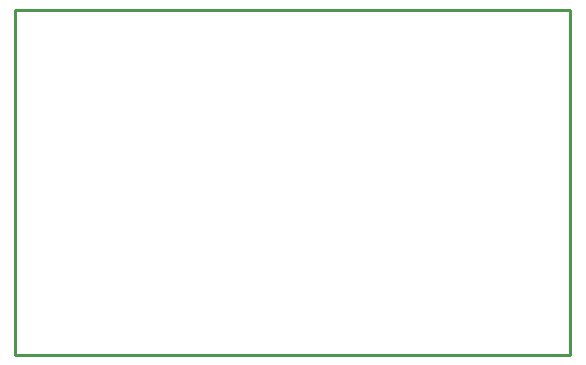
<source format=gbr>
G04 EAGLE Gerber RS-274X export*
G75*
%MOMM*%
%FSLAX34Y34*%
%LPD*%
%IN*%
%IPPOS*%
%AMOC8*
5,1,8,0,0,1.08239X$1,22.5*%
G01*
G04 Define Apertures*
%ADD10C,0.254000*%
D10*
X393700Y114300D02*
X863600Y114300D01*
X863600Y406400D01*
X393700Y406400D01*
X393700Y114300D01*
M02*

</source>
